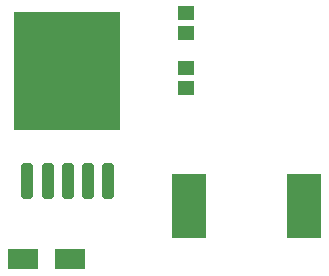
<source format=gtp>
G04*
G04 #@! TF.GenerationSoftware,Altium Limited,Altium Designer,21.3.2 (30)*
G04*
G04 Layer_Color=8421504*
%FSLAX25Y25*%
%MOIN*%
G70*
G04*
G04 #@! TF.SameCoordinates,0F953CDF-2D95-4BA3-9E95-2DF240EAF7FD*
G04*
G04*
G04 #@! TF.FilePolarity,Positive*
G04*
G01*
G75*
%ADD13R,0.09843X0.06693*%
G04:AMPARAMS|DCode=14|XSize=40mil|YSize=120.08mil|CornerRadius=10mil|HoleSize=0mil|Usage=FLASHONLY|Rotation=0.000|XOffset=0mil|YOffset=0mil|HoleType=Round|Shape=RoundedRectangle|*
%AMROUNDEDRECTD14*
21,1,0.04000,0.10008,0,0,0.0*
21,1,0.02000,0.12008,0,0,0.0*
1,1,0.02000,0.01000,-0.05004*
1,1,0.02000,-0.01000,-0.05004*
1,1,0.02000,-0.01000,0.05004*
1,1,0.02000,0.01000,0.05004*
%
%ADD14ROUNDEDRECTD14*%
%ADD15R,0.35433X0.39370*%
%ADD16R,0.05315X0.04528*%
%ADD17R,0.11417X0.21260*%
D13*
X439348Y245600D02*
D03*
X423600D02*
D03*
D14*
X438614Y271590D02*
D03*
X452016D02*
D03*
X445315D02*
D03*
X431913D02*
D03*
X425213D02*
D03*
D15*
X438500Y308500D02*
D03*
D16*
X478200Y320900D02*
D03*
Y327790D02*
D03*
X478000Y302655D02*
D03*
Y309545D02*
D03*
D17*
X479206Y263400D02*
D03*
X517394D02*
D03*
M02*

</source>
